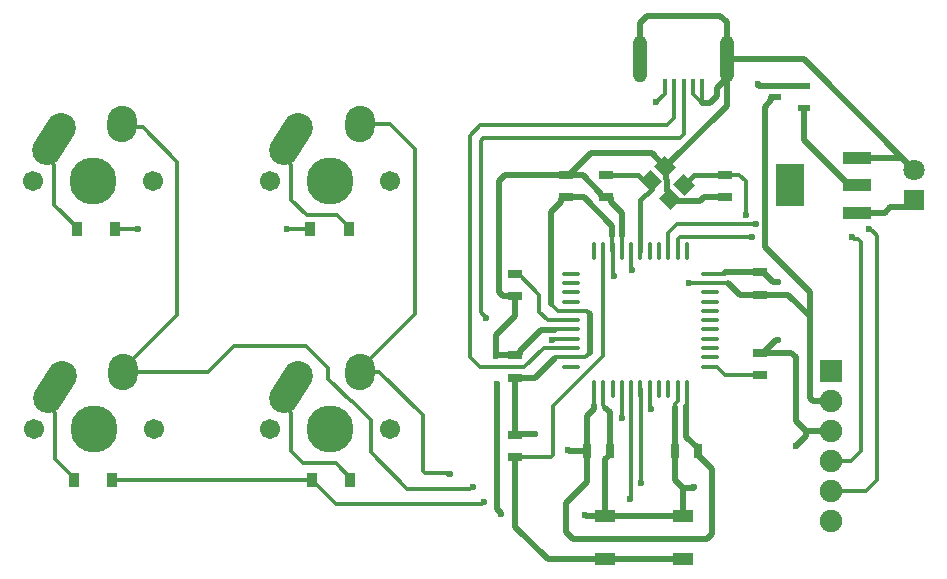
<source format=gbl>
G04*
G04 #@! TF.GenerationSoftware,Altium Limited,Altium Designer,21.2.0 (30)*
G04*
G04 Layer_Physical_Order=2*
G04 Layer_Color=16711680*
%FSLAX25Y25*%
%MOIN*%
G70*
G04*
G04 #@! TF.SameCoordinates,0040915D-7402-430E-846D-5893D7272676*
G04*
G04*
G04 #@! TF.FilePolarity,Positive*
G04*
G01*
G75*
%ADD10C,0.01500*%
%ADD21C,0.01181*%
%ADD22C,0.01968*%
%ADD23C,0.07480*%
%ADD24R,0.07480X0.07480*%
%ADD25O,0.04724X0.15748*%
%ADD26R,0.07087X0.07087*%
%ADD27C,0.07087*%
G04:AMPARAMS|DCode=28|XSize=98.43mil|YSize=121.26mil|CornerRadius=49.21mil|HoleSize=0mil|Usage=FLASHONLY|Rotation=356.100|XOffset=0mil|YOffset=0mil|HoleType=Round|Shape=RoundedRectangle|*
%AMROUNDEDRECTD28*
21,1,0.09843,0.02284,0,0,356.1*
21,1,0.00000,0.12126,0,0,356.1*
1,1,0.09843,-0.00078,-0.01139*
1,1,0.09843,-0.00078,-0.01139*
1,1,0.09843,0.00078,0.01139*
1,1,0.09843,0.00078,0.01139*
%
%ADD28ROUNDEDRECTD28*%
G04:AMPARAMS|DCode=29|XSize=98.43mil|YSize=187.01mil|CornerRadius=49.21mil|HoleSize=0mil|Usage=FLASHONLY|Rotation=327.500|XOffset=0mil|YOffset=0mil|HoleType=Round|Shape=RoundedRectangle|*
%AMROUNDEDRECTD29*
21,1,0.09843,0.08858,0,0,327.5*
21,1,0.00000,0.18701,0,0,327.5*
1,1,0.09843,-0.02380,-0.03736*
1,1,0.09843,-0.02380,-0.03736*
1,1,0.09843,0.02380,0.03736*
1,1,0.09843,0.02380,0.03736*
%
%ADD29ROUNDEDRECTD29*%
%ADD30C,0.06700*%
%ADD31C,0.15700*%
%ADD32C,0.02362*%
%ADD33R,0.09705X0.04134*%
%ADD34R,0.09705X0.13937*%
%ADD35R,0.04213X0.02362*%
%ADD36O,0.01181X0.06299*%
%ADD37O,0.06299X0.01181*%
G04:AMPARAMS|DCode=38|XSize=55.12mil|YSize=47.24mil|CornerRadius=0mil|HoleSize=0mil|Usage=FLASHONLY|Rotation=135.000|XOffset=0mil|YOffset=0mil|HoleType=Round|Shape=Rectangle|*
%AMROTATEDRECTD38*
4,1,4,0.03619,-0.00278,0.00278,-0.03619,-0.03619,0.00278,-0.00278,0.03619,0.03619,-0.00278,0.0*
%
%ADD38ROTATEDRECTD38*%

%ADD39R,0.06693X0.03937*%
%ADD40R,0.05100X0.02800*%
%ADD41R,0.01339X0.05512*%
%ADD42R,0.02800X0.05100*%
%ADD43R,0.03600X0.04800*%
D10*
X241307Y135146D02*
Y137426D01*
X237402Y131241D02*
X241307Y135146D01*
X237402Y114376D02*
Y131241D01*
X241028Y137704D02*
X241307Y137426D01*
X251886Y136312D02*
X255357Y139783D01*
X265748D01*
X236669D02*
X238748Y137704D01*
X241028D01*
X225984Y139783D02*
X236669D01*
D21*
X249802Y118211D02*
X250493Y118903D01*
X249802Y114376D02*
Y118211D01*
X250493Y118903D02*
X274601D01*
X253543Y103740D02*
X253545Y103739D01*
X260439D01*
X208366Y62598D02*
X225002Y79234D01*
X208366Y46341D02*
Y62598D01*
X195669Y45650D02*
X207674D01*
X208366Y46341D01*
X228219Y106131D02*
X228445Y105905D01*
X228219Y106131D02*
Y108592D01*
X228102Y108709D02*
X228219Y108592D01*
X260440Y103740D02*
X266732D01*
X214394Y78969D02*
X219028D01*
X214364Y78939D02*
X214394Y78969D01*
X219028D02*
X220571Y80512D01*
X219538Y94439D02*
X220374Y93602D01*
X214364Y94439D02*
X219538D01*
X207677Y96653D02*
X209892Y94439D01*
X214364D01*
X196819Y106713D02*
X203737Y99795D01*
Y94196D02*
Y99795D01*
Y94196D02*
X206594Y91339D01*
X214364D01*
X228102Y108709D02*
Y114376D01*
X234744Y108169D02*
Y108489D01*
X234302Y108931D02*
X234744Y108489D01*
X234302Y108931D02*
Y114376D01*
X225002Y79234D02*
Y114376D01*
X221902Y63138D02*
X222047Y62992D01*
X225002Y62892D02*
X225689Y62205D01*
X225002Y62892D02*
Y68301D01*
X221902Y63138D02*
Y68301D01*
X209254Y78939D02*
X214364D01*
X245761Y142437D02*
X245761D01*
X272441Y126476D02*
Y137598D01*
X270256Y139783D02*
X272441Y137598D01*
X265748Y139783D02*
X270256D01*
X242520Y163976D02*
X242638D01*
X245472Y166811D02*
Y168898D01*
X242638Y163976D02*
X245472Y166811D01*
X251771Y153248D02*
Y168898D01*
X250492Y151969D02*
X251771Y153248D01*
X184941Y151969D02*
X250492D01*
X180509Y79137D02*
Y152851D01*
X183957Y156299D02*
X246358D01*
X180509Y152851D02*
X183957Y156299D01*
X180509Y79137D02*
X184055Y75590D01*
X184153Y151181D02*
X184941Y151969D01*
X205169Y82039D02*
X214364D01*
X184055Y75590D02*
X198721D01*
X205169Y82039D01*
X184153Y93898D02*
Y151181D01*
Y93898D02*
X185925Y92126D01*
X248622Y158563D02*
Y168898D01*
X246358Y156299D02*
X248622Y158563D01*
X207776Y84744D02*
X208095D01*
X208490Y85139D01*
X214364D01*
X209105Y88239D02*
X214364D01*
X209055Y88189D02*
X209105Y88239D01*
X257263Y164469D02*
X257382D01*
X258071Y163780D01*
X254921Y166811D02*
X257263Y164469D01*
X258071Y163780D02*
Y168898D01*
X254921Y166811D02*
Y168898D01*
X233858Y32111D02*
X234302Y32554D01*
X237432Y37175D02*
Y68271D01*
Y37175D02*
X237598Y37008D01*
X234302Y32554D02*
Y68301D01*
X233858Y31791D02*
Y32111D01*
X237402Y68301D02*
X237432Y68271D01*
X262919Y75839D02*
X265736Y73022D01*
X260439Y75839D02*
X262919D01*
X265736Y73022D02*
X277165D01*
X231102Y62542D02*
X231202Y62641D01*
Y68301D01*
X231102Y58858D02*
Y62542D01*
X184744Y30118D02*
X185335Y30709D01*
X180488Y35039D02*
X181275Y35827D01*
X159744Y35039D02*
X180488D01*
X147490Y47293D02*
X159744Y35039D01*
X181275Y35827D02*
X181595D01*
X127802Y37589D02*
X129011Y36380D01*
X129611D01*
X127802Y37589D02*
Y38189D01*
X129611Y36380D02*
X135873Y30118D01*
X184744D01*
X141240Y64370D02*
X147490Y58120D01*
Y47293D02*
Y58120D01*
X140847Y64370D02*
X141240D01*
X133415Y71801D02*
X140847Y64370D01*
X125984Y82677D02*
X133415Y75246D01*
Y71801D02*
Y75246D01*
X101902Y82677D02*
X125984D01*
X65039Y73976D02*
X93201D01*
X101902Y82677D01*
X173691Y40187D02*
X173917Y39961D01*
X165456Y40354D02*
X172688D01*
X172856Y40187D01*
X164764Y41046D02*
X165456Y40354D01*
X164764Y41046D02*
Y59547D01*
X172856Y40187D02*
X173691D01*
X240502Y62377D02*
Y68301D01*
Y62377D02*
X240945Y61934D01*
Y61614D02*
Y61934D01*
X150335Y73976D02*
X164764Y59547D01*
X143780Y73976D02*
X150335D01*
X120321Y61240D02*
X121043Y60517D01*
Y47559D02*
Y60517D01*
Y47559D02*
X124902Y43701D01*
X120321Y68254D02*
X121043Y68976D01*
X120321Y61240D02*
Y68254D01*
X124902Y43701D02*
X135827D01*
X136614Y42913D01*
Y42877D02*
Y42913D01*
Y42877D02*
X140702Y38789D01*
Y38189D02*
Y38789D01*
X143780Y75038D02*
X162106Y93365D01*
X143780Y73976D02*
Y75038D01*
X162106Y93365D02*
Y148425D01*
X143780Y156654D02*
X153878D01*
X162106Y148425D01*
X120321Y150931D02*
X121043Y151654D01*
X120321Y143917D02*
Y150931D01*
Y143917D02*
X121043Y143194D01*
Y131516D02*
Y143194D01*
Y131516D02*
X126181Y126378D01*
X140308Y121654D02*
Y122254D01*
X136184Y126378D02*
X140308Y122254D01*
X126181Y126378D02*
X136184D01*
X65039Y73976D02*
Y75038D01*
X82972Y92971D01*
Y144095D01*
X71495Y155572D02*
X82972Y144095D01*
X64724Y156654D02*
X65806Y155572D01*
X71495D01*
X119685Y121555D02*
X127310D01*
X127408Y121654D01*
X69685D02*
X69784Y121752D01*
X62356Y121654D02*
X69685D01*
X61417Y38189D02*
X127802D01*
X42303Y45003D02*
X48517Y38789D01*
Y38189D02*
Y38789D01*
X41581Y68254D02*
X42303Y68976D01*
X41581Y61240D02*
Y68254D01*
Y61240D02*
X42303Y60517D01*
Y45003D02*
Y60517D01*
X41266Y143917D02*
Y150931D01*
X41988Y129721D02*
Y143194D01*
Y129721D02*
X49456Y122254D01*
X41266Y150931D02*
X41988Y151654D01*
X41266Y143917D02*
X41988Y143194D01*
X49456Y121654D02*
Y122254D01*
X246702Y114376D02*
Y120520D01*
X249705Y123524D01*
X275886D01*
X314690Y121063D02*
X314764D01*
X313681Y121752D02*
X314001D01*
X314690Y121063D01*
X314764D02*
X316339Y119488D01*
X308095Y119095D02*
X308649Y118541D01*
X309814D01*
X311024Y117332D01*
Y47638D02*
Y117332D01*
X307776Y119095D02*
X308095D01*
X316339Y38091D02*
Y119488D01*
X312461Y34213D02*
X316339Y38091D01*
X300787Y34213D02*
X312461D01*
X307598Y44213D02*
X311024Y47638D01*
X300787Y44213D02*
X307598D01*
X195669Y106713D02*
X196819D01*
X252902Y62744D02*
Y68301D01*
X260439Y106839D02*
X265106D01*
X265453Y107185D01*
X248998Y62517D02*
X249006Y62509D01*
X249802Y64299D02*
Y68301D01*
X248998Y63495D02*
X249802Y64299D01*
X248998Y62517D02*
Y63495D01*
X252756Y62598D02*
X252902Y62744D01*
X209055Y78740D02*
X209254Y78939D01*
X228071Y114406D02*
Y119173D01*
Y114406D02*
X228102Y114376D01*
X227953Y119291D02*
X228071Y119173D01*
X231102Y119291D02*
X231171Y119222D01*
Y114406D02*
X231202Y114376D01*
X231171Y114406D02*
Y119222D01*
D22*
X213349Y48130D02*
X213841Y47638D01*
X219685D01*
X213242Y48130D02*
X213349D01*
X278315Y80522D02*
X287589D01*
X277165D02*
X278315D01*
X282561Y84767D01*
X283192D01*
X283268Y84842D01*
X278315Y107293D02*
X281672Y103937D01*
X283366D01*
X277165Y107293D02*
X278315D01*
X286624Y99793D02*
X293799Y92618D01*
Y96063D01*
X283661Y99793D02*
X286624D01*
X293799Y65366D02*
Y92618D01*
X270679Y99793D02*
X277165D01*
X290256Y104429D02*
X293898Y100787D01*
X277165Y99793D02*
X283661D01*
X293898Y96161D02*
Y100787D01*
X293799Y96063D02*
X293898Y96161D01*
X290158Y104429D02*
X290256D01*
X278839Y115748D02*
X290158Y104429D01*
X266732Y103740D02*
X270679Y99793D01*
X220571Y80512D02*
Y93405D01*
X220374Y93602D02*
X220571Y93405D01*
X207677Y96653D02*
Y127362D01*
X211033Y131868D02*
X211448Y132283D01*
X211033Y130718D02*
Y131868D01*
X211448Y132283D02*
X212598D01*
X207677Y127362D02*
X211033Y130718D01*
X195791Y53271D02*
X202287D01*
X202362Y53347D01*
X195669Y53150D02*
X195791Y53271D01*
X222047Y61811D02*
Y62992D01*
X219685Y59449D02*
X222047Y61811D01*
X219685Y47638D02*
Y48788D01*
Y59449D01*
Y37516D02*
Y47638D01*
X190382Y100563D02*
Y137823D01*
X195543Y99339D02*
X195669Y99213D01*
X213748Y139783D02*
X218101D01*
X191606Y99339D02*
X195543D01*
X212598Y139783D02*
X213748D01*
X190382Y100563D02*
X191606Y99339D01*
X190382Y137823D02*
X192342Y139783D01*
X212598D01*
X189173Y86221D02*
X195669Y92716D01*
Y99213D01*
X189173Y79331D02*
Y86221D01*
X189469Y28453D02*
Y69980D01*
X191043Y26772D02*
Y26878D01*
X189469Y28453D02*
X191043Y26878D01*
X189469Y69980D02*
X189567Y70079D01*
X189280Y79331D02*
X189536Y79587D01*
X189173Y79331D02*
X189280D01*
X189536Y79587D02*
X195630D01*
X195669Y79547D01*
Y22539D02*
Y45650D01*
Y22539D02*
X206591Y11618D01*
X218898Y26476D02*
X219191Y26183D01*
X225591D01*
X214961Y18406D02*
X259744D01*
X212697Y20669D02*
Y30527D01*
Y20669D02*
X214961Y18406D01*
X261319Y19980D02*
Y41675D01*
X259744Y18406D02*
X261319Y19980D01*
X212697Y30527D02*
X219685Y37516D01*
X206591Y11618D02*
X225591D01*
X225593Y11615D01*
X225689Y62205D02*
X227185Y60709D01*
Y47638D02*
Y60709D01*
X289173Y49311D02*
X292638Y52776D01*
Y54213D01*
X251575Y35543D02*
X255130D01*
X255217Y35630D01*
X213748Y139783D02*
X221012Y147047D01*
X241151D02*
X245761Y142437D01*
X221012Y147047D02*
X241151D01*
X266142Y172089D02*
Y178346D01*
Y162817D02*
Y172089D01*
X245761Y142437D02*
X266142Y162817D01*
Y178346D02*
X291890D01*
X328740Y141496D01*
X276681Y169882D02*
X277075Y169488D01*
X276575Y169882D02*
X276681D01*
X277075Y169488D02*
X291870D01*
X225591Y26183D02*
Y44893D01*
X227185Y46488D01*
Y47638D01*
X225591Y26183D02*
X251575D01*
X256506Y46488D02*
X261319Y41675D01*
X256506Y46488D02*
Y47638D01*
X196819Y79547D02*
X197235Y79963D01*
Y81113D01*
X204311Y88189D02*
X209055D01*
X195669Y79547D02*
X196819D01*
X197235Y81113D02*
X204311Y88189D01*
X258071Y163780D02*
X260728D01*
X262831Y165882D01*
X266142Y178346D02*
Y190551D01*
X262831Y165882D02*
Y168778D01*
X266142Y172089D01*
X264075Y192618D02*
X266142Y190551D01*
X239665Y192618D02*
X264075D01*
X237402Y190354D02*
X239665Y192618D01*
X237402Y178346D02*
Y190354D01*
X249006Y38112D02*
Y47638D01*
Y62509D01*
Y38112D02*
X251575Y35543D01*
Y26183D02*
Y35543D01*
X195669Y53150D02*
Y72047D01*
X225593Y11615D02*
X251572D01*
X251575Y11613D01*
X278839Y115748D02*
Y162441D01*
X281023Y164626D02*
Y165551D01*
X281220Y165748D02*
X282145D01*
X278839Y162441D02*
X281023Y164626D01*
Y165551D02*
X281220Y165748D01*
X292638Y54213D02*
X300787D01*
X289173Y57677D02*
X292638Y54213D01*
X289173Y57677D02*
Y78937D01*
X294952Y64213D02*
X300787D01*
X293799Y65366D02*
X294952Y64213D01*
X287589Y80522D02*
X289173Y78937D01*
X306890Y136220D02*
X309675D01*
X291870Y151241D02*
X306890Y136220D01*
X291870Y151241D02*
Y162008D01*
X309675Y127165D02*
X318976D01*
X326181Y128937D02*
X328740Y131496D01*
X320748Y128937D02*
X326181D01*
X318976Y127165D02*
X320748Y128937D01*
X309675Y145276D02*
X323576D01*
X258695Y132283D02*
X265748D01*
X257333Y130922D02*
X258695Y132283D01*
X246040Y138539D02*
Y142158D01*
X246419Y134262D02*
Y138160D01*
X218101Y139783D02*
X224418Y133466D01*
X265561Y107293D02*
X277165D01*
X265453Y107185D02*
X265561Y107293D01*
X256506Y47638D02*
Y48788D01*
X252756Y52538D02*
X256506Y48788D01*
X252756Y52538D02*
Y62598D01*
X202362Y72047D02*
X209055Y78740D01*
X195669Y72047D02*
X202362D01*
X224418Y132699D02*
Y133466D01*
Y132699D02*
X224834Y132283D01*
X225984D01*
X212598D02*
X218504D01*
X227953Y119291D02*
Y122835D01*
X218504Y132283D02*
X227953Y122835D01*
X227134Y132283D02*
X227550Y131868D01*
Y130718D02*
Y131868D01*
Y130718D02*
X231102Y127165D01*
X225984Y132283D02*
X227134D01*
X231102Y119291D02*
Y127165D01*
X246040Y138539D02*
X246419Y138160D01*
Y134262D02*
X247153Y133528D01*
Y131580D02*
Y133528D01*
X245761Y142437D02*
X246040Y142158D01*
X247153Y131580D02*
X249102D01*
X249760Y130922D02*
X257333D01*
X249102Y131580D02*
X249760Y130922D01*
D23*
X300787Y24213D02*
D03*
Y34213D02*
D03*
Y44213D02*
D03*
Y54213D02*
D03*
Y64213D02*
D03*
D24*
Y74213D02*
D03*
D25*
X266142Y178347D02*
D03*
X237402D02*
D03*
D26*
X328740Y131496D02*
D03*
D27*
Y141496D02*
D03*
D28*
X64724Y156654D02*
D03*
X143780Y73976D02*
D03*
X65039D02*
D03*
X143780Y156654D02*
D03*
D29*
X41988Y151654D02*
D03*
X121043Y68976D02*
D03*
X42303D02*
D03*
X121043Y151654D02*
D03*
D30*
X74803Y137795D02*
D03*
X34803D02*
D03*
X153858Y55118D02*
D03*
X113858D02*
D03*
X75118D02*
D03*
X35118D02*
D03*
X153858Y137795D02*
D03*
X113858D02*
D03*
D31*
X54803D02*
D03*
X133858Y55118D02*
D03*
X55118D02*
D03*
X133858Y137795D02*
D03*
D32*
X274601Y118903D02*
D03*
X253543Y103740D02*
D03*
X213242Y48130D02*
D03*
X283268Y84842D02*
D03*
X283366Y103937D02*
D03*
X228445Y105905D02*
D03*
X234744Y108169D02*
D03*
X202362Y53347D02*
D03*
X189567Y70079D02*
D03*
X189173Y79331D02*
D03*
X191043Y26772D02*
D03*
X218898Y26476D02*
D03*
X289173Y49311D02*
D03*
X255217Y35630D02*
D03*
X272441Y126476D02*
D03*
X276575Y169882D02*
D03*
X242520Y163976D02*
D03*
X185925Y92126D02*
D03*
X207776Y84744D02*
D03*
X237598Y37008D02*
D03*
X233858Y31791D02*
D03*
X231102Y58858D02*
D03*
X185335Y30709D02*
D03*
X181595Y35827D02*
D03*
X173917Y39961D02*
D03*
X240945Y61614D02*
D03*
X119685Y121555D02*
D03*
X69784Y121752D02*
D03*
X275886Y123524D02*
D03*
X313681Y121752D02*
D03*
X307776Y119095D02*
D03*
D33*
X309675Y145276D02*
D03*
Y136221D02*
D03*
Y127165D02*
D03*
D34*
X287175Y136221D02*
D03*
D35*
X282145Y165748D02*
D03*
X291870Y162008D02*
D03*
Y169488D02*
D03*
D36*
X221902Y68301D02*
D03*
X225002D02*
D03*
X228102D02*
D03*
X231202D02*
D03*
X234302D02*
D03*
X237402D02*
D03*
X240502D02*
D03*
X243602D02*
D03*
X246702D02*
D03*
X249802D02*
D03*
X252902D02*
D03*
X249802Y114376D02*
D03*
X246702D02*
D03*
X243602D02*
D03*
X240502D02*
D03*
X237402D02*
D03*
X234302D02*
D03*
X231202D02*
D03*
X228102D02*
D03*
X225002D02*
D03*
X221902D02*
D03*
X252902D02*
D03*
D37*
X260439Y75839D02*
D03*
Y78939D02*
D03*
Y82039D02*
D03*
Y85139D02*
D03*
Y88239D02*
D03*
Y91339D02*
D03*
Y94439D02*
D03*
Y97539D02*
D03*
Y100639D02*
D03*
Y103739D02*
D03*
Y106839D02*
D03*
X214365D02*
D03*
Y103739D02*
D03*
Y100639D02*
D03*
Y97539D02*
D03*
Y94439D02*
D03*
Y91339D02*
D03*
Y88239D02*
D03*
Y85139D02*
D03*
Y82039D02*
D03*
Y78939D02*
D03*
Y75839D02*
D03*
D38*
X247153Y131580D02*
D03*
X241028Y137704D02*
D03*
X245761Y142437D02*
D03*
X251886Y136312D02*
D03*
D39*
X225591Y11618D02*
D03*
X251575Y11613D02*
D03*
X225591Y26183D02*
D03*
X251575D02*
D03*
D40*
X277165Y73022D02*
D03*
Y80522D02*
D03*
X195669Y53150D02*
D03*
Y45650D02*
D03*
X225984Y139784D02*
D03*
Y132283D02*
D03*
X265748Y139784D02*
D03*
Y132283D02*
D03*
X195669Y99213D02*
D03*
Y106713D02*
D03*
Y72047D02*
D03*
Y79547D02*
D03*
X277165Y99793D02*
D03*
Y107293D02*
D03*
X212598Y132283D02*
D03*
Y139784D02*
D03*
D41*
X258071Y168898D02*
D03*
X254921D02*
D03*
X251771D02*
D03*
X248622D02*
D03*
X245472D02*
D03*
D42*
X219685Y47638D02*
D03*
X227185D02*
D03*
X256506D02*
D03*
X249006D02*
D03*
D43*
X127408Y121654D02*
D03*
X140308D02*
D03*
X127802Y38189D02*
D03*
X140702D02*
D03*
X61417D02*
D03*
X48517D02*
D03*
X62356Y121654D02*
D03*
X49456D02*
D03*
M02*

</source>
